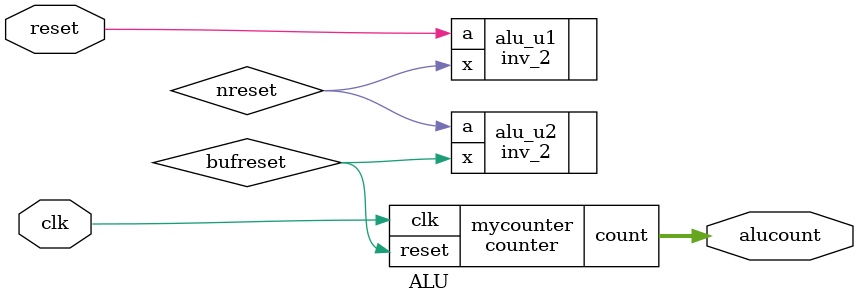
<source format=v>

module counter_DW01_inc_0 ( A, SUM );
  input [7:0] A;
  output [7:0] SUM;

  wire   [7:2] carry;

  adhalf_1 U1_1_6 ( .a(A[6]), .b(carry[6]), .co(carry[7]), .s(SUM[6]) );
  adhalf_1 U1_1_1 ( .a(A[1]), .b(A[0]), .co(carry[2]), .s(SUM[1]) );
  adhalf_1 U1_1_2 ( .a(A[2]), .b(carry[2]), .co(carry[3]), .s(SUM[2]) );
  adhalf_1 U1_1_3 ( .a(A[3]), .b(carry[3]), .co(carry[4]), .s(SUM[3]) );
  adhalf_1 U1_1_4 ( .a(A[4]), .b(carry[4]), .co(carry[5]), .s(SUM[4]) );
  adhalf_1 U1_1_5 ( .a(A[5]), .b(carry[5]), .co(carry[6]), .s(SUM[5]) );
  inv_2 U1 ( .a(A[0]), .x(SUM[0]) );
  exor2_1 U2 ( .a(carry[7]), .b(A[7]), .x(SUM[7]) );
endmodule


module counter ( clk, reset, count );
  output [7:0] count; // order is based on port declarations //
  input clk, reset; // rather than module ports above //
  wire   N1, N2, N3, N4, N5, N6, N7, N8, n18;

  counter_DW01_inc_0 add_13 ( .A(count), .SUM({N8, N7, N6, N5, N4, N3, N2, N1}) );
  dffpr_2 \count_reg[7]  ( .d(N8), .ck(clk), .rb(n18), .q(count[7]) );
  dffpr_2 \count_reg[4]  ( .d(N5), .ck(clk), .rb(n18), .q(count[4]) );
  dffpr_2 \count_reg[5]  ( .d(N6), .ck(clk), .rb(n18), .q(count[5]) );
  dffpr_2 \count_reg[6]  ( .d(N7), .ck(clk), .rb(n18), .q(count[6]) );
  dffpr_2 \count_reg[2]  ( .d(N3), .ck(clk), .rb(n18), .q(count[2]) );
  dffpr_2 \count_reg[3]  ( .d(N4), .ck(clk), .rb(n18), .q(count[3]) );
  dffpr_2 \count_reg[1]  ( .d(N2), .ck(clk), .rb(n18), .q(count[1]) );
  dffpr_2 \count_reg[0]  ( .d(N1), .ck(clk), .rb(n18), .q(count[0]) );
  inv_2 U4 ( .a(reset), .x(n18) );
endmodule

module ALU (clk, reset, alucount);
   output [7:0] alucount;
   input 	clk, reset;
   wire 	bufreset, nreset;
   
   counter mycounter (clk, bufreset, alucount);
   inv_2 alu_u1 (.a(reset),.x(nreset));
   inv_2 alu_u2 (.a(nreset),.x(bufreset));
   
endmodule
</source>
